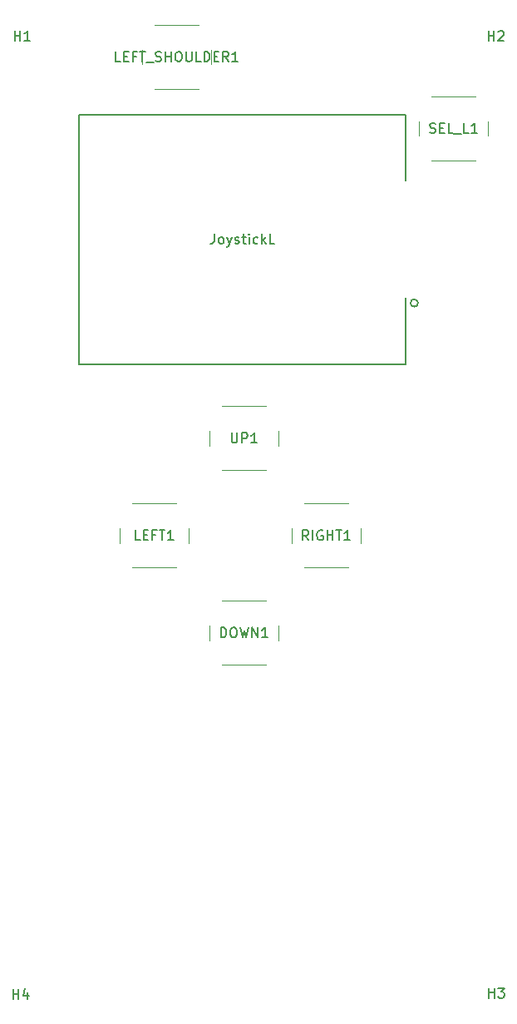
<source format=gbr>
%TF.GenerationSoftware,KiCad,Pcbnew,8.0.2*%
%TF.CreationDate,2024-05-08T14:27:53+01:00*%
%TF.ProjectId,Left_Controller_PCB_Bluetooth,4c656674-5f43-46f6-9e74-726f6c6c6572,V01*%
%TF.SameCoordinates,Original*%
%TF.FileFunction,Legend,Top*%
%TF.FilePolarity,Positive*%
%FSLAX46Y46*%
G04 Gerber Fmt 4.6, Leading zero omitted, Abs format (unit mm)*
G04 Created by KiCad (PCBNEW 8.0.2) date 2024-05-08 14:27:53*
%MOMM*%
%LPD*%
G01*
G04 APERTURE LIST*
%ADD10C,0.150000*%
%ADD11C,0.203200*%
%ADD12C,0.120000*%
G04 APERTURE END LIST*
D10*
X118618095Y-49730819D02*
X118618095Y-48730819D01*
X118618095Y-49207009D02*
X119189523Y-49207009D01*
X119189523Y-49730819D02*
X119189523Y-48730819D01*
X120189523Y-49730819D02*
X119618095Y-49730819D01*
X119903809Y-49730819D02*
X119903809Y-48730819D01*
X119903809Y-48730819D02*
X119808571Y-48873676D01*
X119808571Y-48873676D02*
X119713333Y-48968914D01*
X119713333Y-48968914D02*
X119618095Y-49016533D01*
X138972906Y-69396751D02*
X138972906Y-70111036D01*
X138972906Y-70111036D02*
X138925287Y-70253893D01*
X138925287Y-70253893D02*
X138830049Y-70349132D01*
X138830049Y-70349132D02*
X138687192Y-70396751D01*
X138687192Y-70396751D02*
X138591954Y-70396751D01*
X139591954Y-70396751D02*
X139496716Y-70349132D01*
X139496716Y-70349132D02*
X139449097Y-70301512D01*
X139449097Y-70301512D02*
X139401478Y-70206274D01*
X139401478Y-70206274D02*
X139401478Y-69920560D01*
X139401478Y-69920560D02*
X139449097Y-69825322D01*
X139449097Y-69825322D02*
X139496716Y-69777703D01*
X139496716Y-69777703D02*
X139591954Y-69730084D01*
X139591954Y-69730084D02*
X139734811Y-69730084D01*
X139734811Y-69730084D02*
X139830049Y-69777703D01*
X139830049Y-69777703D02*
X139877668Y-69825322D01*
X139877668Y-69825322D02*
X139925287Y-69920560D01*
X139925287Y-69920560D02*
X139925287Y-70206274D01*
X139925287Y-70206274D02*
X139877668Y-70301512D01*
X139877668Y-70301512D02*
X139830049Y-70349132D01*
X139830049Y-70349132D02*
X139734811Y-70396751D01*
X139734811Y-70396751D02*
X139591954Y-70396751D01*
X140258621Y-69730084D02*
X140496716Y-70396751D01*
X140734811Y-69730084D02*
X140496716Y-70396751D01*
X140496716Y-70396751D02*
X140401478Y-70634846D01*
X140401478Y-70634846D02*
X140353859Y-70682465D01*
X140353859Y-70682465D02*
X140258621Y-70730084D01*
X141068145Y-70349132D02*
X141163383Y-70396751D01*
X141163383Y-70396751D02*
X141353859Y-70396751D01*
X141353859Y-70396751D02*
X141449097Y-70349132D01*
X141449097Y-70349132D02*
X141496716Y-70253893D01*
X141496716Y-70253893D02*
X141496716Y-70206274D01*
X141496716Y-70206274D02*
X141449097Y-70111036D01*
X141449097Y-70111036D02*
X141353859Y-70063417D01*
X141353859Y-70063417D02*
X141211002Y-70063417D01*
X141211002Y-70063417D02*
X141115764Y-70015798D01*
X141115764Y-70015798D02*
X141068145Y-69920560D01*
X141068145Y-69920560D02*
X141068145Y-69872941D01*
X141068145Y-69872941D02*
X141115764Y-69777703D01*
X141115764Y-69777703D02*
X141211002Y-69730084D01*
X141211002Y-69730084D02*
X141353859Y-69730084D01*
X141353859Y-69730084D02*
X141449097Y-69777703D01*
X141782431Y-69730084D02*
X142163383Y-69730084D01*
X141925288Y-69396751D02*
X141925288Y-70253893D01*
X141925288Y-70253893D02*
X141972907Y-70349132D01*
X141972907Y-70349132D02*
X142068145Y-70396751D01*
X142068145Y-70396751D02*
X142163383Y-70396751D01*
X142496717Y-70396751D02*
X142496717Y-69730084D01*
X142496717Y-69396751D02*
X142449098Y-69444370D01*
X142449098Y-69444370D02*
X142496717Y-69491989D01*
X142496717Y-69491989D02*
X142544336Y-69444370D01*
X142544336Y-69444370D02*
X142496717Y-69396751D01*
X142496717Y-69396751D02*
X142496717Y-69491989D01*
X143401478Y-70349132D02*
X143306240Y-70396751D01*
X143306240Y-70396751D02*
X143115764Y-70396751D01*
X143115764Y-70396751D02*
X143020526Y-70349132D01*
X143020526Y-70349132D02*
X142972907Y-70301512D01*
X142972907Y-70301512D02*
X142925288Y-70206274D01*
X142925288Y-70206274D02*
X142925288Y-69920560D01*
X142925288Y-69920560D02*
X142972907Y-69825322D01*
X142972907Y-69825322D02*
X143020526Y-69777703D01*
X143020526Y-69777703D02*
X143115764Y-69730084D01*
X143115764Y-69730084D02*
X143306240Y-69730084D01*
X143306240Y-69730084D02*
X143401478Y-69777703D01*
X143830050Y-70396751D02*
X143830050Y-69396751D01*
X143925288Y-70015798D02*
X144211002Y-70396751D01*
X144211002Y-69730084D02*
X143830050Y-70111036D01*
X145115764Y-70396751D02*
X144639574Y-70396751D01*
X144639574Y-70396751D02*
X144639574Y-69396751D01*
X160917238Y-59081200D02*
X161060095Y-59128819D01*
X161060095Y-59128819D02*
X161298190Y-59128819D01*
X161298190Y-59128819D02*
X161393428Y-59081200D01*
X161393428Y-59081200D02*
X161441047Y-59033580D01*
X161441047Y-59033580D02*
X161488666Y-58938342D01*
X161488666Y-58938342D02*
X161488666Y-58843104D01*
X161488666Y-58843104D02*
X161441047Y-58747866D01*
X161441047Y-58747866D02*
X161393428Y-58700247D01*
X161393428Y-58700247D02*
X161298190Y-58652628D01*
X161298190Y-58652628D02*
X161107714Y-58605009D01*
X161107714Y-58605009D02*
X161012476Y-58557390D01*
X161012476Y-58557390D02*
X160964857Y-58509771D01*
X160964857Y-58509771D02*
X160917238Y-58414533D01*
X160917238Y-58414533D02*
X160917238Y-58319295D01*
X160917238Y-58319295D02*
X160964857Y-58224057D01*
X160964857Y-58224057D02*
X161012476Y-58176438D01*
X161012476Y-58176438D02*
X161107714Y-58128819D01*
X161107714Y-58128819D02*
X161345809Y-58128819D01*
X161345809Y-58128819D02*
X161488666Y-58176438D01*
X161917238Y-58605009D02*
X162250571Y-58605009D01*
X162393428Y-59128819D02*
X161917238Y-59128819D01*
X161917238Y-59128819D02*
X161917238Y-58128819D01*
X161917238Y-58128819D02*
X162393428Y-58128819D01*
X163298190Y-59128819D02*
X162822000Y-59128819D01*
X162822000Y-59128819D02*
X162822000Y-58128819D01*
X163393429Y-59224057D02*
X164155333Y-59224057D01*
X164869619Y-59128819D02*
X164393429Y-59128819D01*
X164393429Y-59128819D02*
X164393429Y-58128819D01*
X165726762Y-59128819D02*
X165155334Y-59128819D01*
X165441048Y-59128819D02*
X165441048Y-58128819D01*
X165441048Y-58128819D02*
X165345810Y-58271676D01*
X165345810Y-58271676D02*
X165250572Y-58366914D01*
X165250572Y-58366914D02*
X165155334Y-58414533D01*
X139631657Y-110472819D02*
X139631657Y-109472819D01*
X139631657Y-109472819D02*
X139869752Y-109472819D01*
X139869752Y-109472819D02*
X140012609Y-109520438D01*
X140012609Y-109520438D02*
X140107847Y-109615676D01*
X140107847Y-109615676D02*
X140155466Y-109710914D01*
X140155466Y-109710914D02*
X140203085Y-109901390D01*
X140203085Y-109901390D02*
X140203085Y-110044247D01*
X140203085Y-110044247D02*
X140155466Y-110234723D01*
X140155466Y-110234723D02*
X140107847Y-110329961D01*
X140107847Y-110329961D02*
X140012609Y-110425200D01*
X140012609Y-110425200D02*
X139869752Y-110472819D01*
X139869752Y-110472819D02*
X139631657Y-110472819D01*
X140822133Y-109472819D02*
X141012609Y-109472819D01*
X141012609Y-109472819D02*
X141107847Y-109520438D01*
X141107847Y-109520438D02*
X141203085Y-109615676D01*
X141203085Y-109615676D02*
X141250704Y-109806152D01*
X141250704Y-109806152D02*
X141250704Y-110139485D01*
X141250704Y-110139485D02*
X141203085Y-110329961D01*
X141203085Y-110329961D02*
X141107847Y-110425200D01*
X141107847Y-110425200D02*
X141012609Y-110472819D01*
X141012609Y-110472819D02*
X140822133Y-110472819D01*
X140822133Y-110472819D02*
X140726895Y-110425200D01*
X140726895Y-110425200D02*
X140631657Y-110329961D01*
X140631657Y-110329961D02*
X140584038Y-110139485D01*
X140584038Y-110139485D02*
X140584038Y-109806152D01*
X140584038Y-109806152D02*
X140631657Y-109615676D01*
X140631657Y-109615676D02*
X140726895Y-109520438D01*
X140726895Y-109520438D02*
X140822133Y-109472819D01*
X141584038Y-109472819D02*
X141822133Y-110472819D01*
X141822133Y-110472819D02*
X142012609Y-109758533D01*
X142012609Y-109758533D02*
X142203085Y-110472819D01*
X142203085Y-110472819D02*
X142441181Y-109472819D01*
X142822133Y-110472819D02*
X142822133Y-109472819D01*
X142822133Y-109472819D02*
X143393561Y-110472819D01*
X143393561Y-110472819D02*
X143393561Y-109472819D01*
X144393561Y-110472819D02*
X143822133Y-110472819D01*
X144107847Y-110472819D02*
X144107847Y-109472819D01*
X144107847Y-109472819D02*
X144012609Y-109615676D01*
X144012609Y-109615676D02*
X143917371Y-109710914D01*
X143917371Y-109710914D02*
X143822133Y-109758533D01*
X131416228Y-100566819D02*
X130940038Y-100566819D01*
X130940038Y-100566819D02*
X130940038Y-99566819D01*
X131749562Y-100043009D02*
X132082895Y-100043009D01*
X132225752Y-100566819D02*
X131749562Y-100566819D01*
X131749562Y-100566819D02*
X131749562Y-99566819D01*
X131749562Y-99566819D02*
X132225752Y-99566819D01*
X132987657Y-100043009D02*
X132654324Y-100043009D01*
X132654324Y-100566819D02*
X132654324Y-99566819D01*
X132654324Y-99566819D02*
X133130514Y-99566819D01*
X133368610Y-99566819D02*
X133940038Y-99566819D01*
X133654324Y-100566819D02*
X133654324Y-99566819D01*
X134797181Y-100566819D02*
X134225753Y-100566819D01*
X134511467Y-100566819D02*
X134511467Y-99566819D01*
X134511467Y-99566819D02*
X134416229Y-99709676D01*
X134416229Y-99709676D02*
X134320991Y-99804914D01*
X134320991Y-99804914D02*
X134225753Y-99852533D01*
X129416513Y-51854751D02*
X128940323Y-51854751D01*
X128940323Y-51854751D02*
X128940323Y-50854751D01*
X129749847Y-51330941D02*
X130083180Y-51330941D01*
X130226037Y-51854751D02*
X129749847Y-51854751D01*
X129749847Y-51854751D02*
X129749847Y-50854751D01*
X129749847Y-50854751D02*
X130226037Y-50854751D01*
X130987942Y-51330941D02*
X130654609Y-51330941D01*
X130654609Y-51854751D02*
X130654609Y-50854751D01*
X130654609Y-50854751D02*
X131130799Y-50854751D01*
X131368895Y-50854751D02*
X131940323Y-50854751D01*
X131654609Y-51854751D02*
X131654609Y-50854751D01*
X132035562Y-51949989D02*
X132797466Y-51949989D01*
X132987943Y-51807132D02*
X133130800Y-51854751D01*
X133130800Y-51854751D02*
X133368895Y-51854751D01*
X133368895Y-51854751D02*
X133464133Y-51807132D01*
X133464133Y-51807132D02*
X133511752Y-51759512D01*
X133511752Y-51759512D02*
X133559371Y-51664274D01*
X133559371Y-51664274D02*
X133559371Y-51569036D01*
X133559371Y-51569036D02*
X133511752Y-51473798D01*
X133511752Y-51473798D02*
X133464133Y-51426179D01*
X133464133Y-51426179D02*
X133368895Y-51378560D01*
X133368895Y-51378560D02*
X133178419Y-51330941D01*
X133178419Y-51330941D02*
X133083181Y-51283322D01*
X133083181Y-51283322D02*
X133035562Y-51235703D01*
X133035562Y-51235703D02*
X132987943Y-51140465D01*
X132987943Y-51140465D02*
X132987943Y-51045227D01*
X132987943Y-51045227D02*
X133035562Y-50949989D01*
X133035562Y-50949989D02*
X133083181Y-50902370D01*
X133083181Y-50902370D02*
X133178419Y-50854751D01*
X133178419Y-50854751D02*
X133416514Y-50854751D01*
X133416514Y-50854751D02*
X133559371Y-50902370D01*
X133987943Y-51854751D02*
X133987943Y-50854751D01*
X133987943Y-51330941D02*
X134559371Y-51330941D01*
X134559371Y-51854751D02*
X134559371Y-50854751D01*
X135226038Y-50854751D02*
X135416514Y-50854751D01*
X135416514Y-50854751D02*
X135511752Y-50902370D01*
X135511752Y-50902370D02*
X135606990Y-50997608D01*
X135606990Y-50997608D02*
X135654609Y-51188084D01*
X135654609Y-51188084D02*
X135654609Y-51521417D01*
X135654609Y-51521417D02*
X135606990Y-51711893D01*
X135606990Y-51711893D02*
X135511752Y-51807132D01*
X135511752Y-51807132D02*
X135416514Y-51854751D01*
X135416514Y-51854751D02*
X135226038Y-51854751D01*
X135226038Y-51854751D02*
X135130800Y-51807132D01*
X135130800Y-51807132D02*
X135035562Y-51711893D01*
X135035562Y-51711893D02*
X134987943Y-51521417D01*
X134987943Y-51521417D02*
X134987943Y-51188084D01*
X134987943Y-51188084D02*
X135035562Y-50997608D01*
X135035562Y-50997608D02*
X135130800Y-50902370D01*
X135130800Y-50902370D02*
X135226038Y-50854751D01*
X136083181Y-50854751D02*
X136083181Y-51664274D01*
X136083181Y-51664274D02*
X136130800Y-51759512D01*
X136130800Y-51759512D02*
X136178419Y-51807132D01*
X136178419Y-51807132D02*
X136273657Y-51854751D01*
X136273657Y-51854751D02*
X136464133Y-51854751D01*
X136464133Y-51854751D02*
X136559371Y-51807132D01*
X136559371Y-51807132D02*
X136606990Y-51759512D01*
X136606990Y-51759512D02*
X136654609Y-51664274D01*
X136654609Y-51664274D02*
X136654609Y-50854751D01*
X137606990Y-51854751D02*
X137130800Y-51854751D01*
X137130800Y-51854751D02*
X137130800Y-50854751D01*
X137940324Y-51854751D02*
X137940324Y-50854751D01*
X137940324Y-50854751D02*
X138178419Y-50854751D01*
X138178419Y-50854751D02*
X138321276Y-50902370D01*
X138321276Y-50902370D02*
X138416514Y-50997608D01*
X138416514Y-50997608D02*
X138464133Y-51092846D01*
X138464133Y-51092846D02*
X138511752Y-51283322D01*
X138511752Y-51283322D02*
X138511752Y-51426179D01*
X138511752Y-51426179D02*
X138464133Y-51616655D01*
X138464133Y-51616655D02*
X138416514Y-51711893D01*
X138416514Y-51711893D02*
X138321276Y-51807132D01*
X138321276Y-51807132D02*
X138178419Y-51854751D01*
X138178419Y-51854751D02*
X137940324Y-51854751D01*
X138940324Y-51330941D02*
X139273657Y-51330941D01*
X139416514Y-51854751D02*
X138940324Y-51854751D01*
X138940324Y-51854751D02*
X138940324Y-50854751D01*
X138940324Y-50854751D02*
X139416514Y-50854751D01*
X140416514Y-51854751D02*
X140083181Y-51378560D01*
X139845086Y-51854751D02*
X139845086Y-50854751D01*
X139845086Y-50854751D02*
X140226038Y-50854751D01*
X140226038Y-50854751D02*
X140321276Y-50902370D01*
X140321276Y-50902370D02*
X140368895Y-50949989D01*
X140368895Y-50949989D02*
X140416514Y-51045227D01*
X140416514Y-51045227D02*
X140416514Y-51188084D01*
X140416514Y-51188084D02*
X140368895Y-51283322D01*
X140368895Y-51283322D02*
X140321276Y-51330941D01*
X140321276Y-51330941D02*
X140226038Y-51378560D01*
X140226038Y-51378560D02*
X139845086Y-51378560D01*
X141368895Y-51854751D02*
X140797467Y-51854751D01*
X141083181Y-51854751D02*
X141083181Y-50854751D01*
X141083181Y-50854751D02*
X140987943Y-50997608D01*
X140987943Y-50997608D02*
X140892705Y-51092846D01*
X140892705Y-51092846D02*
X140797467Y-51140465D01*
X148561276Y-100566819D02*
X148227943Y-100090628D01*
X147989848Y-100566819D02*
X147989848Y-99566819D01*
X147989848Y-99566819D02*
X148370800Y-99566819D01*
X148370800Y-99566819D02*
X148466038Y-99614438D01*
X148466038Y-99614438D02*
X148513657Y-99662057D01*
X148513657Y-99662057D02*
X148561276Y-99757295D01*
X148561276Y-99757295D02*
X148561276Y-99900152D01*
X148561276Y-99900152D02*
X148513657Y-99995390D01*
X148513657Y-99995390D02*
X148466038Y-100043009D01*
X148466038Y-100043009D02*
X148370800Y-100090628D01*
X148370800Y-100090628D02*
X147989848Y-100090628D01*
X148989848Y-100566819D02*
X148989848Y-99566819D01*
X149989847Y-99614438D02*
X149894609Y-99566819D01*
X149894609Y-99566819D02*
X149751752Y-99566819D01*
X149751752Y-99566819D02*
X149608895Y-99614438D01*
X149608895Y-99614438D02*
X149513657Y-99709676D01*
X149513657Y-99709676D02*
X149466038Y-99804914D01*
X149466038Y-99804914D02*
X149418419Y-99995390D01*
X149418419Y-99995390D02*
X149418419Y-100138247D01*
X149418419Y-100138247D02*
X149466038Y-100328723D01*
X149466038Y-100328723D02*
X149513657Y-100423961D01*
X149513657Y-100423961D02*
X149608895Y-100519200D01*
X149608895Y-100519200D02*
X149751752Y-100566819D01*
X149751752Y-100566819D02*
X149846990Y-100566819D01*
X149846990Y-100566819D02*
X149989847Y-100519200D01*
X149989847Y-100519200D02*
X150037466Y-100471580D01*
X150037466Y-100471580D02*
X150037466Y-100138247D01*
X150037466Y-100138247D02*
X149846990Y-100138247D01*
X150466038Y-100566819D02*
X150466038Y-99566819D01*
X150466038Y-100043009D02*
X151037466Y-100043009D01*
X151037466Y-100566819D02*
X151037466Y-99566819D01*
X151370800Y-99566819D02*
X151942228Y-99566819D01*
X151656514Y-100566819D02*
X151656514Y-99566819D01*
X152799371Y-100566819D02*
X152227943Y-100566819D01*
X152513657Y-100566819D02*
X152513657Y-99566819D01*
X152513657Y-99566819D02*
X152418419Y-99709676D01*
X152418419Y-99709676D02*
X152323181Y-99804914D01*
X152323181Y-99804914D02*
X152227943Y-99852533D01*
X166878095Y-49730819D02*
X166878095Y-48730819D01*
X166878095Y-49207009D02*
X167449523Y-49207009D01*
X167449523Y-49730819D02*
X167449523Y-48730819D01*
X167878095Y-48826057D02*
X167925714Y-48778438D01*
X167925714Y-48778438D02*
X168020952Y-48730819D01*
X168020952Y-48730819D02*
X168259047Y-48730819D01*
X168259047Y-48730819D02*
X168354285Y-48778438D01*
X168354285Y-48778438D02*
X168401904Y-48826057D01*
X168401904Y-48826057D02*
X168449523Y-48921295D01*
X168449523Y-48921295D02*
X168449523Y-49016533D01*
X168449523Y-49016533D02*
X168401904Y-49159390D01*
X168401904Y-49159390D02*
X167830476Y-49730819D01*
X167830476Y-49730819D02*
X168449523Y-49730819D01*
X140726895Y-89660819D02*
X140726895Y-90470342D01*
X140726895Y-90470342D02*
X140774514Y-90565580D01*
X140774514Y-90565580D02*
X140822133Y-90613200D01*
X140822133Y-90613200D02*
X140917371Y-90660819D01*
X140917371Y-90660819D02*
X141107847Y-90660819D01*
X141107847Y-90660819D02*
X141203085Y-90613200D01*
X141203085Y-90613200D02*
X141250704Y-90565580D01*
X141250704Y-90565580D02*
X141298323Y-90470342D01*
X141298323Y-90470342D02*
X141298323Y-89660819D01*
X141774514Y-90660819D02*
X141774514Y-89660819D01*
X141774514Y-89660819D02*
X142155466Y-89660819D01*
X142155466Y-89660819D02*
X142250704Y-89708438D01*
X142250704Y-89708438D02*
X142298323Y-89756057D01*
X142298323Y-89756057D02*
X142345942Y-89851295D01*
X142345942Y-89851295D02*
X142345942Y-89994152D01*
X142345942Y-89994152D02*
X142298323Y-90089390D01*
X142298323Y-90089390D02*
X142250704Y-90137009D01*
X142250704Y-90137009D02*
X142155466Y-90184628D01*
X142155466Y-90184628D02*
X141774514Y-90184628D01*
X143298323Y-90660819D02*
X142726895Y-90660819D01*
X143012609Y-90660819D02*
X143012609Y-89660819D01*
X143012609Y-89660819D02*
X142917371Y-89803676D01*
X142917371Y-89803676D02*
X142822133Y-89898914D01*
X142822133Y-89898914D02*
X142726895Y-89946533D01*
X166928895Y-147165219D02*
X166928895Y-146165219D01*
X166928895Y-146641409D02*
X167500323Y-146641409D01*
X167500323Y-147165219D02*
X167500323Y-146165219D01*
X167881276Y-146165219D02*
X168500323Y-146165219D01*
X168500323Y-146165219D02*
X168166990Y-146546171D01*
X168166990Y-146546171D02*
X168309847Y-146546171D01*
X168309847Y-146546171D02*
X168405085Y-146593790D01*
X168405085Y-146593790D02*
X168452704Y-146641409D01*
X168452704Y-146641409D02*
X168500323Y-146736647D01*
X168500323Y-146736647D02*
X168500323Y-146974742D01*
X168500323Y-146974742D02*
X168452704Y-147069980D01*
X168452704Y-147069980D02*
X168405085Y-147117600D01*
X168405085Y-147117600D02*
X168309847Y-147165219D01*
X168309847Y-147165219D02*
X168024133Y-147165219D01*
X168024133Y-147165219D02*
X167928895Y-147117600D01*
X167928895Y-147117600D02*
X167881276Y-147069980D01*
X118465695Y-147266819D02*
X118465695Y-146266819D01*
X118465695Y-146743009D02*
X119037123Y-146743009D01*
X119037123Y-147266819D02*
X119037123Y-146266819D01*
X119941885Y-146600152D02*
X119941885Y-147266819D01*
X119703790Y-146219200D02*
X119465695Y-146933485D01*
X119465695Y-146933485D02*
X120084742Y-146933485D01*
D11*
%TO.C,JoystickL1*%
X125160050Y-57241932D02*
X158490050Y-57251932D01*
X125160050Y-82641932D02*
X125160050Y-57241932D01*
X158490050Y-57251932D02*
X158490050Y-63951932D01*
X158492450Y-82641932D02*
X125160050Y-82641932D01*
X158492450Y-82641932D02*
X158490050Y-75941932D01*
X159711050Y-76441932D02*
G75*
G02*
X158949050Y-76441932I-381000J0D01*
G01*
X158949050Y-76441932D02*
G75*
G02*
X159711050Y-76441932I381000J0D01*
G01*
D12*
%TO.C,SEL_L1*%
X159822000Y-57924000D02*
X159822000Y-59424000D01*
X161072000Y-61924000D02*
X165572000Y-61924000D01*
X165572000Y-55424000D02*
X161072000Y-55424000D01*
X166822000Y-59424000D02*
X166822000Y-57924000D01*
%TO.C,DOWN1*%
X138488800Y-109268000D02*
X138488800Y-110768000D01*
X139738800Y-113268000D02*
X144238800Y-113268000D01*
X144238800Y-106768000D02*
X139738800Y-106768000D01*
X145488800Y-110768000D02*
X145488800Y-109268000D01*
%TO.C,LEFT1*%
X129344800Y-99362000D02*
X129344800Y-100862000D01*
X130594800Y-103362000D02*
X135094800Y-103362000D01*
X135094800Y-96862000D02*
X130594800Y-96862000D01*
X136344800Y-100862000D02*
X136344800Y-99362000D01*
%TO.C,LEFT_SHOULDER1*%
X131630800Y-50649932D02*
X131630800Y-52149932D01*
X132880800Y-54649932D02*
X137380800Y-54649932D01*
X137380800Y-48149932D02*
X132880800Y-48149932D01*
X138630800Y-52149932D02*
X138630800Y-50649932D01*
%TO.C,RIGHT1*%
X146870800Y-99362000D02*
X146870800Y-100862000D01*
X148120800Y-103362000D02*
X152620800Y-103362000D01*
X152620800Y-96862000D02*
X148120800Y-96862000D01*
X153870800Y-100862000D02*
X153870800Y-99362000D01*
%TO.C,UP1*%
X138488800Y-89456000D02*
X138488800Y-90956000D01*
X139738800Y-93456000D02*
X144238800Y-93456000D01*
X144238800Y-86956000D02*
X139738800Y-86956000D01*
X145488800Y-90956000D02*
X145488800Y-89456000D01*
%TD*%
M02*

</source>
